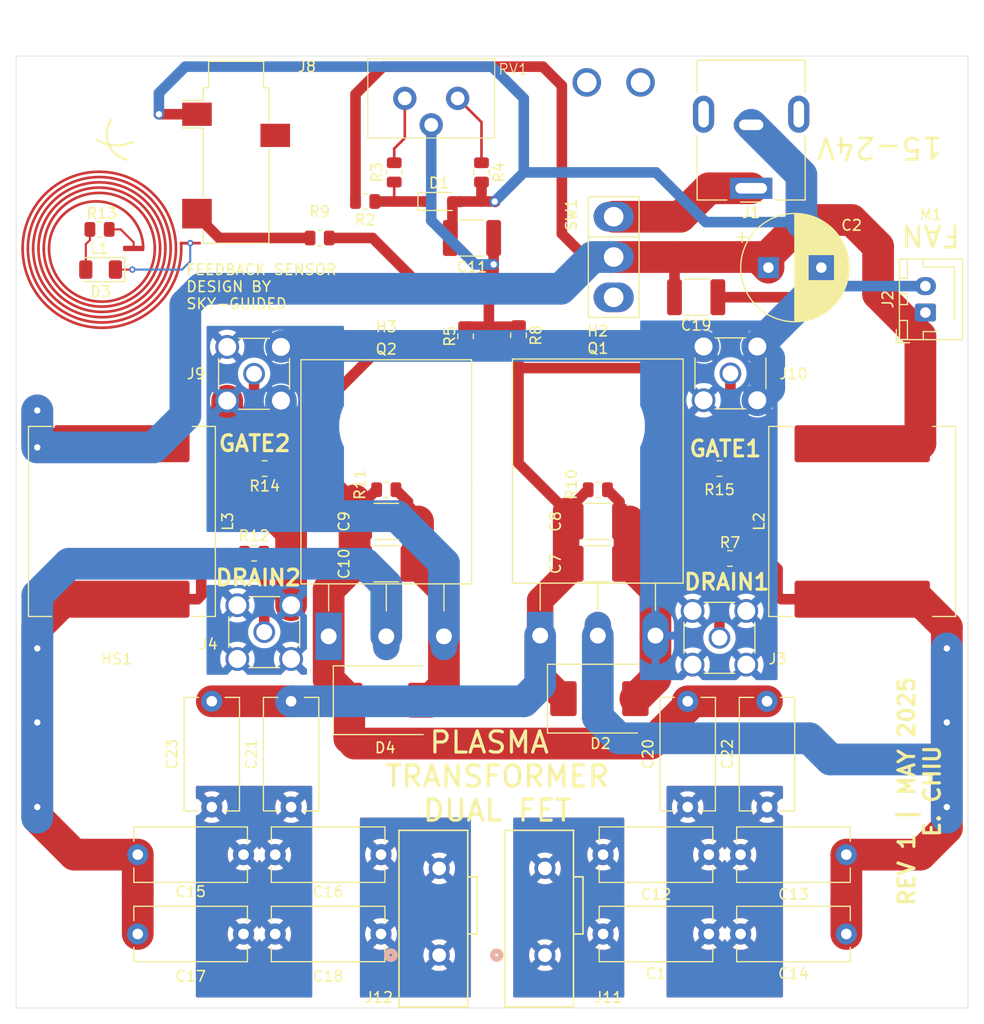
<source format=kicad_pcb>
(kicad_pcb (version 20241229) (generator "pcbnew") (generator_version "9.0")
  (layers (0 "F.Cu" signal) (2 "B.Cu" signal) (13 "F.Paste" user) (15 "B.Paste" user) (5 "F.SilkS" user "F.Silkscreen") (7 "B.SilkS" user "B.Silkscreen") (1 "F.Mask" user) (3 "B.Mask" user) (25 "Edge.Cuts" user))
  (net 0 "")
  (net 1 "GND")
  (net 2 "Net-(D1-K)")
  (net 3 "Net-(R3-Pad2)")
  (net 4 "Net-(R4-Pad1)")
  (net 6 "Net-(J8-PadT)")
  (net 8 "Net-(J12-Pin_1)")
  (net 9 "Net-(D3-A)")
  (net 10 "Net-(D3-K)")
  (net 11 "Net-(L1-Pad2)")
  (net 12 "Net-(C11-Pad2)")
  (net 13 "Net-(C1-Pad1)")
  (net 14 "Net-(J11-Pin_1)")
  (net 15 "Net-(C15-Pad2)")
  (net 16 "/GATE1")
  (net 17 "/GATE2")
  (net 18 "/DRAIN1")
  (net 19 "/DRAIN2")
  (net 20 "/DRAIN1-C")
  (net 21 "/DRAIN2-C")
  (net 22 "/GATE2-C")
  (net 23 "/GATE1-C")
  (net 24 "/VPWR")
  (net 25 "/VIN")
  (footprint "Resistor_SMD:R_0805_2012Metric" (layer "F.Cu") (at 78.5 94 180)
    (property "Reference" "R14" (at 0 -1.65 0) (layer "F.SilkS"))
    (property "Value" "49.9")
    (pad "1" smd roundrect (at -0.9125 0 180) (size 1.025 1.4) (layers "F.Cu" "F.Mask" "F.Paste") (roundrect_rratio 0.243902) (net 17 "/GATE2"))
    (pad "2" smd roundrect (at 0.9125 0 180) (size 1.025 1.4) (layers "F.Cu" "F.Mask" "F.Paste") (roundrect_rratio 0.243902) (net 22 "/GATE2-C"))
  )
  (footprint "LED_SMD:LED_1206_3216Metric" (layer "F.Cu") (at 62.9875 75.1875 180)
    (property "Reference" "D3" (at 0 -2.1 0) (layer "F.SilkS"))
    (property "Value" "LED")
    (pad "1" smd roundrect (at -1.4 0 180) (size 1.25 1.75) (layers "F.Cu" "F.Mask" "F.Paste") (roundrect_rratio 0.2) (net 10 "Net-(D3-K)"))
    (pad "2" smd roundrect (at 1.4 0 180) (size 1.25 1.75) (layers "F.Cu" "F.Mask" "F.Paste") (roundrect_rratio 0.2) (net 9 "Net-(D3-A)"))
  )
  (footprint "Library:CKSW-E101J1AV2QE2" (layer "F.Cu") (at 111.5 74 -90)
    (property "Reference" "SW1" (at -4 4 90) (layer "F.SilkS"))
    (property "Value" "SW_SPDT")
    (pad "1" thru_hole oval (at -3.81 0 270) (size 2.8 3.8) (drill 1.85) (layers "*.Cu" "*.Mask") (net 25 "/VIN"))
    (pad "2" thru_hole oval (at 0 0 270) (size 2.8 3.8) (drill 1.85) (layers "*.Cu" "*.Mask") (net 24 "/VPWR"))
    (pad "3" thru_hole oval (at 3.81 0 270) (size 2.8 3.8) (drill 1.85) (layers "*.Cu" "*.Mask"))
    (pad "M1" thru_hole circle (at -16.51 -2.54 270) (size 2.7 2.7) (drill 1.85) (layers "*.Cu" "*.Mask"))
    (pad "M2" thru_hole circle (at -16.51 2.54 270) (size 2.7 2.7) (drill 1.85) (layers "*.Cu" "*.Mask"))
  )
  (footprint "Resistor_SMD:R_0805_2012Metric" (layer "F.Cu") (at 121.5 94)
    (property "Reference" "R15" (at 0 2 0) (layer "F.SilkS"))
    (property "Value" "49.9")
    (pad "1" smd roundrect (at -0.9125 0) (size 1.025 1.4) (layers "F.Cu" "F.Mask" "F.Paste") (roundrect_rratio 0.243902) (net 16 "/GATE1"))
    (pad "2" smd roundrect (at 0.9125 0) (size 1.025 1.4) (layers "F.Cu" "F.Mask" "F.Paste") (roundrect_rratio 0.243902) (net 23 "/GATE1-C"))
  )
  (footprint "Connector_Coaxial:SMA_Amphenol_901-144_Vertical" (layer "F.Cu") (at 122.54 85)
    (property "Reference" "J10" (at 5.96 0.04 0) (layer "F.SilkS"))
    (property "Value" "Conn_Coaxial")
    (pad "1" thru_hole circle (at 0 0) (size 2.05 2.05) (drill 1.5) (layers "*.Cu" "*.Mask") (net 23 "/GATE1-C"))
    (pad "2" thru_hole circle (at -2.54 -2.54) (size 2.25 2.25) (drill 1.7) (layers "*.Cu" "*.Mask") (net 1 "GND"))
    (pad "2" thru_hole circle (at -2.54 2.54) (size 2.25 2.25) (drill 1.7) (layers "*.Cu" "*.Mask") (net 1 "GND"))
    (pad "2" thru_hole circle (at 2.54 -2.54) (size 2.25 2.25) (drill 1.7) (layers "*.Cu" "*.Mask") (net 1 "GND"))
    (pad "2" thru_hole circle (at 2.54 2.54) (size 2.25 2.25) (drill 1.7) (layers "*.Cu" "*.Mask") (net 1 "GND"))
  )
  (footprint "Diode_SMD:D_SMC" (layer "F.Cu") (at 89.9 115.9)
    (property "Reference" "D4" (at 0 4.5 0) (layer "F.SilkS"))
    (property "Value" "SMAJ15CA")
    (pad "1" smd roundrect (at -3.4 0 90) (size 3.3 2.5) (layers "F.Cu" "F.Mask" "F.Paste") (roundrect_rratio 0.1) (net 17 "/GATE2"))
    (pad "2" smd roundrect (at 3.4 0 90) (size 3.3 2.5) (layers "F.Cu" "F.Mask" "F.Paste") (roundrect_rratio 0.1) (net 1 "GND"))
  )
  (footprint "Capacitor_THT:C_Disc_D10.5mm_W5.0mm_P10.00mm" (layer "F.Cu") (at 81 126 90)
    (property "Reference" "C21" (at 5 -3.75 90) (layer "F.SilkS"))
    (property "Value" "220pF")
    (pad "1" thru_hole circle (at 0 0 90) (size 2 2) (drill 1) (layers "*.Cu" "*.Mask") (net 15 "Net-(C15-Pad2)"))
    (pad "2" thru_hole circle (at 10 0 90) (size 2 2) (drill 1) (layers "*.Cu" "*.Mask") (net 16 "/GATE1"))
  )
  (footprint "Resistor_SMD:R_0805_2012Metric" (layer "F.Cu") (at 62.8875 71.3875 180)
    (property "Reference" "R13" (at -0.225 1.5 0) (layer "F.SilkS"))
    (property "Value" "680")
    (pad "1" smd roundrect (at -0.9125 0 180) (size 1.025 1.4) (layers "F.Cu" "F.Mask" "F.Paste") (roundrect_rratio 0.243902) (net 11 "Net-(L1-Pad2)"))
    (pad "2" smd roundrect (at 0.9125 0 180) (size 1.025 1.4) (layers "F.Cu" "F.Mask" "F.Paste") (roundrect_rratio 0.243902) (net 9 "Net-(D3-A)"))
  )
  (footprint "Library:CONN_2604-3101_WAG" (layer "F.Cu") (at 95 140 180)
    (property "Reference" "J12" (at 5.7 -4 0) (layer "F.SilkS"))
    (property "Value" "Screw_Terminal_01x01")
    (pad "1" thru_hole circle (at 0 0 180) (size 2 2) (drill 1.3) (layers "*.Cu" "*.Mask") (net 8 "Net-(J12-Pin_1)"))
    (pad "1" thru_hole circle (at 0 8.199999 180) (size 2 2) (drill 1.3) (layers "*.Cu" "*.Mask") (net 8 "Net-(J12-Pin_1)"))
  )
  (footprint "Inductor_SMD:L_APV_APH1770" (layer "F.Cu") (at 135 99 -90)
    (property "Reference" "L2" (at 0 9.75 90) (layer "F.SilkS"))
    (property "Value" "L")
    (pad "1" smd roundrect (at -7.35 0 270) (size 3.5 12.8) (layers "F.Cu" "F.Mask" "F.Paste") (roundrect_rratio 0.071429) (net 24 "/VPWR"))
    (pad "2" smd roundrect (at 7.35 0 270) (size 3.5 12.8) (layers "F.Cu" "F.Mask" "F.Paste") (roundrect_rratio 0.071429) (net 18 "/DRAIN1"))
  )
  (footprint "Diode_SMD:D_SMC" (layer "F.Cu") (at 110.15 115.75)
    (property "Reference" "D2" (at 0.1 4.25 0) (layer "F.SilkS"))
    (property "Value" "SMAJ15CA")
    (pad "1" smd roundrect (at -3.4 0 90) (size 3.3 2.5) (layers "F.Cu" "F.Mask" "F.Paste") (roundrect_rratio 0.1) (net 16 "/GATE1"))
    (pad "2" smd roundrect (at 3.4 0 90) (size 3.3 2.5) (layers "F.Cu" "F.Mask" "F.Paste") (roundrect_rratio 0.1) (net 1 "GND"))
  )
  (footprint "Capacitor_SMD:C_1812_4532Metric" (layer "F.Cu") (at 110 99)
    (property "Reference" "C8" (at -4 0 90) (layer "F.SilkS"))
    (property "Value" "2.7nF")
    (pad "1" smd roundrect (at -2.05 0) (size 1.4 3.4) (layers "F.Cu" "F.Mask" "F.Paste") (roundrect_rratio 0.178571) (net 16 "/GATE1"))
    (pad "2" smd roundrect (at 2.05 0) (size 1.4 3.4) (layers "F.Cu" "F.Mask" "F.Paste") (roundrect_rratio 0.178571) (net 1 "GND"))
  )
  (footprint "MountingHole:MountingHole_8.4mm_M8" (layer "F.Cu") (at 110 90)
    (property "Reference" "H2" (at 0 -9 0) (layer "F.SilkS"))
    (property "Value" "MountingHole")
    (pad "" np_thru_hole circle (at 0 0) (size 8.4 8.4) (drill 8.4) (layers "*.Cu" "*.Mask"))
  )
  (footprint "Capacitor_THT:C_Disc_D10.5mm_W5.0mm_P10.00mm" (layer "F.Cu") (at 133.5 138 180)
    (property "Reference" "C14" (at 5 -3.75 0) (layer "F.SilkS"))
    (property "Value" "220pF")
    (pad "1" thru_hole circle (at 0 0 180) (size 2 2) (drill 1) (layers "*.Cu" "*.Mask") (net 18 "/DRAIN1"))
    (pad "2" thru_hole circle (at 10 0 180) (size 2 2) (drill 1) (layers "*.Cu" "*.Mask") (net 13 "Net-(C1-Pad1)"))
  )
  (footprint "Connector_BarrelJack:BarrelJack_CUI_PJ-063AH_Horizontal" (layer "F.Cu") (at 124.5 67.5 180)
    (property "Reference" "J1" (at 0 -2.3 0) (layer "F.SilkS"))
    (property "Value" "Barrel_Jack_MountingPin")
    (pad "" np_thru_hole circle (at 0 9 180) (size 1.6 1.6) (drill 1.6) (layers "*.Cu" "*.Mask"))
    (pad "1" thru_hole rect (at 0 0 180) (size 4 2) (drill oval 3 1) (layers "*.Cu" "*.Mask") (net 25 "/VIN"))
    (pad "2" thru_hole oval (at 0 6 180) (size 3.3 2) (drill oval 2.3 1) (layers "*.Cu" "*.Mask") (net 1 "GND"))
    (pad "MP1" thru_hole oval (at 4.5 7 180) (size 2 3.5) (drill oval 1 2.5) (layers "*.Cu" "*.Mask"))
    (pad "MP2" thru_hole oval (at -4.5 7 180) (size 2 3.5) (drill oval 1 2.5) (layers "*.Cu" "*.Mask"))
  )
  (footprint "Resistor_SMD:R_0805_2012Metric" (layer "F.Cu") (at 88 68.75)
    (property "Reference" "R2" (at 0 1.75 0) (layer "F.SilkS"))
    (property "Value" "1k")
    (pad "1" smd roundrect (at -0.9125 0) (size 1.025 1.4) (layers "F.Cu" "F.Mask" "F.Paste") (roundrect_rratio 0.243902) (net 24 "/VPWR"))
    (pad "2" smd roundrect (at 0.9125 0) (size 1.025 1.4) (layers "F.Cu" "F.Mask" "F.Paste") (roundrect_rratio 0.243902) (net 2 "Net-(D1-K)"))
  )
  (footprint "Library:FAN AXIAL 92X25.4MM" (layer "F.Cu") (at 100 100)
    (property "Reference" "M1" (at 41.5 -30 180) (layer "F.SilkS"))
    (property "Value" "Fan")
    (pad "" np_thru_hole circle (at -41.25 -41.25) (size 4.5 4.5) (drill 4.5) (layers "*.Cu" "*.Mask"))
    (pad "" np_thru_hole circle (at -41.25 41.25) (size 4.5 4.5) (drill 4.5) (layers "*.Cu" "*.Mask"))
    (pad "" np_thru_hole circle (at 41.25 -41.25) (size 4.5 4.5) (drill 4.5) (layers "*.Cu" "*.Mask"))
    (pad "" np_thru_hole circle (at 41.25 41.25) (size 4.5 4.5) (drill 4.5) (layers "*.Cu" "*.Mask"))
  )
  (footprint "Capacitor_THT:C_Disc_D10.5mm_W5.0mm_P10.00mm" (layer "F.Cu") (at 73.5 126 90)
    (property "Reference" "C23" (at 5 -3.75 90) (layer "F.SilkS"))
    (property "Value" "220pF")
    (pad "1" thru_hole circle (at 0 0 90) (size 2 2) (drill 1) (layers "*.Cu" "*.Mask") (net 15 "Net-(C15-Pad2)"))
    (pad "2" thru_hole circle (at 10 0 90) (size 2 2) (drill 1) (layers "*.Cu" "*.Mask") (net 16 "/GATE1"))
  )
  (footprint "Capacitor_SMD:C_1812_4532Metric" (layer "F.Cu") (at 98.1 72.2)
    (property "Reference" "C11" (at 0 2.75 0) (layer "F.SilkS"))
    (property "Value" "1nF")
    (pad "1" smd roundrect (at -2.05 0) (size 1.4 3.4) (layers "F.Cu" "F.Mask" "F.Paste") (roundrect_rratio 0.178571) (net 1 "GND"))
    (pad "2" smd roundrect (at 2.05 0) (size 1.4 3.4) (layers "F.Cu" "F.Mask" "F.Paste") (roundrect_rratio 0.178571) (net 12 "Net-(C11-Pad2)"))
  )
  (footprint "Capacitor_THT:C_Disc_D10.5mm_W5.0mm_P10.00mm" (layer "F.Cu") (at 118.5 126 90)
    (property "Reference" "C20" (at 5 -3.75 90) (layer "F.SilkS"))
    (property "Value" "220pF")
    (pad "1" thru_hole circle (at 0 0 90) (size 2 2) (drill 1) (layers "*.Cu" "*.Mask") (net 13 "Net-(C1-Pad1)"))
    (pad "2" thru_hole circle (at 10 0 90) (size 2 2) (drill 1) (layers "*.Cu" "*.Mask") (net 17 "/GATE2"))
  )
  (footprint "Capacitor_THT:CP_Radial_D10.0mm_P5.00mm" (layer "F.Cu") (at 126.132323 75)
    (property "Reference" "C2" (at 7.867677 -4 0) (layer "F.SilkS"))
    (property "Value" "330uF")
    (pad "1" thru_hole rect (at 0 0) (size 2 2) (drill 1) (layers "*.Cu" "*.Mask") (net 24 "/VPWR"))
    (pad "2" thru_hole circle (at 5 0) (size 2 2) (drill 1) (layers "*.Cu" "*.Mask") (net 1 "GND"))
  )
  (footprint "Resistor_SMD:R_0805_2012Metric" (layer "F.Cu") (at 99 66 -90)
    (property "Reference" "R4" (at 0 -1.65 90) (layer "F.SilkS"))
    (property "Value" "1k")
    (pad "1" smd roundrect (at -0.9125 0 270) (size 1.025 1.4) (layers "F.Cu" "F.Mask" "F.Paste") (roundrect_rratio 0.243902) (net 4 "Net-(R4-Pad1)"))
    (pad "2" smd roundrect (at 0.9125 0 270) (size 1.025 1.4) (layers "F.Cu" "F.Mask" "F.Paste") (roundrect_rratio 0.243902) (net 1 "GND"))
  )
  (footprint "Capacitor_THT:C_Disc_D10.5mm_W5.0mm_P10.00mm" (layer "F.Cu") (at 79.5 138)
    (property "Reference" "C18" (at 5 4 0) (layer "F.SilkS"))
    (property "Value" "220pF")
    (pad "1" thru_hole circle (at 0 0) (size 2 2) (drill 1) (layers "*.Cu" "*.Mask") (net 15 "Net-(C15-Pad2)"))
    (pad "2" thru_hole circle (at 10 0) (size 2 2) (drill 1) (layers "*.Cu" "*.Mask") (net 8 "Net-(J12-Pin_1)"))
  )
  (footprint "Capacitor_THT:C_Disc_D10.5mm_W5.0mm_P10.00mm" (layer "F.Cu") (at 79.5 130.5)
    (property "Reference" "C16" (at 5 3.5 0) (layer "F.SilkS"))
    (property "Value" "220pF")
    (pad "1" thru_hole circle (at 0 0) (size 2 2) (drill 1) (layers "*.Cu" "*.Mask") (net 15 "Net-(C15-Pad2)"))
    (pad "2" thru_hole circle (at 10 0) (size 2 2) (drill 1) (layers "*.Cu" "*.Mask") (net 8 "Net-(J12-Pin_1)"))
  )
  (footprint "Capacitor_THT:C_Disc_D10.5mm_W5.0mm_P10.00mm" (layer "F.Cu") (at 66.5 138)
    (property "Reference" "C17" (at 5 4 0) (layer "F.SilkS"))
    (property "Value" "220pF")
    (pad "1" thru_hole circle (at 0 0) (size 2 2) (drill 1) (layers "*.Cu" "*.Mask") (net 19 "/DRAIN2"))
    (pad "2" thru_hole circle (at 10 0) (size 2 2) (drill 1) (layers "*.Cu" "*.Mask") (net 15 "Net-(C15-Pad2)"))
  )
  (footprint "Library:CONN_2604-3101_WAG" (layer "F.Cu") (at 105 140 180)
    (property "Reference" "J11" (at -6 -4 0) (layer "F.SilkS"))
    (property "Value" "Screw_Terminal_01x01")
    (pad "1" thru_hole circle (at 0 0 180) (size 2 2) (drill 1.3) (layers "*.Cu" "*.Mask") (net 14 "Net-(J11-Pin_1)"))
    (pad "1" thru_hole circle (at 0 8.199999 180) (size 2 2) (drill 1.3) (layers "*.Cu" "*.Mask") (net 14 "Net-(J11-Pin_1)"))
  )
  (footprint "Connector_JST:JST_XH_B2B-XH-AM_1x02_P2.50mm_Vertical" (layer "F.Cu") (at 140.975 79.25 90)
    (property "Reference" "J2" (at 1.25 -3.55 90) (layer "F.SilkS"))
    (property "Value" "Conn_01x02_Pin")
    (pad "" np_thru_hole circle (at -1.6 2 90) (size 1.2 1.2) (drill 1.2) (layers "*.Cu" "*.Mask"))
    (pad "1" thru_hole roundrect (at 0 0 90) (size 1.7 2) (drill 1) (layers "*.Cu" "*.Mask") (roundrect_rratio 0.147059) (net 24 "/VPWR"))
    (pad "2" thru_hole oval (at 2.5 0 90) (size 1.7 2) (drill 1) (layers "*.Cu" "*.Mask") (net 1 "GND"))
  )
  (footprint "Resistor_SMD:R_0805_2012Metric" (layer "F.Cu") (at 110 96)
    (property "Reference" "R10" (at -2.5 -0.5 90) (layer "F.SilkS"))
    (property "Value" "10k")
    (pad "1" smd roundrect (at -0.9125 0) (size 1.025 1.4) (layers "F.Cu" "F.Mask" "F.Paste") (roundrect_rratio 0.243902) (net 16 "/GATE1"))
    (pad "2" smd roundrect (at 0.9125 0) (size 1.025 1.4) (layers "F.Cu" "F.Mask" "F.Paste") (roundrect_rratio 0.243902) (net 1 "GND"))
  )
  (footprint "Connector_Audio:Jack_3.5mm_CUI_SJ-3523-SMT_Horizontal" (layer "F.Cu") (at 75.8 64.1)
    (property "Reference" "J8" (at 6.7 -8.1 0) (layer "F.SilkS"))
    (property "Value" "AudioJack3")
    (pad "" np_thru_hole circle (at 0 -2.5) (size 1.7 1.7) (drill 1.7) (layers "*.Cu" "*.Mask"))
    (pad "" np_thru_hole circle (at 0 4.5) (size 1.7 1.7) (drill 1.7) (layers "*.Cu" "*.Mask"))
    (pad "R" smd rect (at 3.7 -1.6) (size 2.8 2.2) (layers "F.Cu" "F.Mask" "F.Paste"))
    (pad "S" smd rect (at -3.7 -3.6) (size 2.8 2.2) (layers "F.Cu" "F.Mask" "F.Paste") (net 1 "GND"))
    (pad "T" smd rect (at -3.7 5.8) (size 2.8 2.8) (layers "F.Cu" "F.Mask" "F.Paste") (net 6 "Net-(J8-PadT)"))
  )
  (footprint "Diode_SMD:D_SOD-323_HandSoldering" (layer "F.Cu") (at 95 68.75)
    (property "Reference" "D1" (at 0 -1.75 0) (layer "F.SilkS"))
    (property "Value" "D_Zener")
    (pad "1" smd roundrect (at -1.25 0) (size 1 1) (layers "F.Cu" "F.Mask" "F.Paste") (net 2 "Net-(D1-K)"))
    (pad "2" smd roundrect (at 1.25 0) (size 1 1) (layers "F.Cu" "F.Mask" "F.Paste") (net 1 "GND"))
  )
  (footprint "Capacitor_THT:C_Disc_D10.5mm_W5.0mm_P10.00mm" (layer "F.Cu") (at 120.5 138 180)
    (property "Reference" "C1" (at 5 -3.75 0) (layer "F.SilkS"))
    (property "Value" "220pF")
    (pad "1" thru_hole circle (at 0 0 180) (size 2 2) (drill 1) (layers "*.Cu" "*.Mask") (net 13 "Net-(C1-Pad1)"))
    (pad "2" thru_hole circle (at 10 0 180) (size 2 2) (drill 1) (layers "*.Cu" "*.Mask") (net 14 "Net-(J11-Pin_1)"))
  )
  (footprint "Resistor_SMD:R_0805_2012Metric" (layer "F.Cu") (at 90.75 66 90)
    (property "Reference" "R3" (at 0 -1.65 90) (layer "F.SilkS"))
    (property "Value" "3k")
    (pad "1" smd roundrect (at -0.9125 0 90) (size 1.025 1.4) (layers "F.Cu" "F.Mask" "F.Paste") (roundrect_rratio 0.243902) (net 2 "Net-(D1-K)"))
    (pad "2" smd roundrect (at 0.9125 0 90) (size 1.025 1.4) (layers "F.Cu" "F.Mask" "F.Paste") (roundrect_rratio 0.243902) (net 3 "Net-(R3-Pad2)"))
  )
  (footprint "Resistor_SMD:R_0805_2012Metric" (layer "F.Cu") (at 90 96)
    (property "Reference" "R11" (at -2.5 -0.5 90) (layer "F.SilkS"))
    (property "Value" "10k")
    (pad "1" smd roundrect (at -0.9125 0) (size 1.025 1.4) (layers "F.Cu" "F.Mask" "F.Paste") (roundrect_rratio 0.243902) (net 17 "/GATE2"))
    (pad "2" smd roundrect (at 0.9125 0) (size 1.025 1.4) (layers "F.Cu" "F.Mask" "F.Paste") (roundrect_rratio 0.243902) (net 1 "GND"))
  )
  (footprint "Resistor_SMD:R_0805_2012Metric" (layer "F.Cu") (at 102.5 81.4 -90)
    (property "Reference" "R8" (at 0 -1.65 90) (layer "F.SilkS"))
    (property "Value" "1k")
    (pad "1" smd roundrect (at -0.9125 0 270) (size 1.025 1.4) (layers "F.Cu" "F.Mask" "F.Paste") (roundrect_rratio 0.243902) (net 12 "Net-(C11-Pad2)"))
    (pad "2" smd roundrect (at 0.9125 0 270) (size 1.025 1.4) (layers "F.Cu" "F.Mask" "F.Paste") (roundrect_rratio 0.243902) (net 16 "/GATE1"))
  )
  (footprint "Connector_Coaxial:SMA_Amphenol_901-144_Vertical" (layer "F.Cu") (at 77.5 85.04)
    (property "Reference" "J9" (at -5.5 0 0) (layer "F.SilkS"))
    (property "Value" "Conn_Coaxial")
    (pad "1" thru_hole circle (at 0 0) (size 2.05 2.05) (drill 1.5) (layers "*.Cu" "*.Mask") (net 22 "/GATE2-C"))
    (pad "2" thru_hole circle (at -2.54 -2.54) (size 2.25 2.25) (drill 1.7) (layers "*.Cu" "*.Mask") (net 1 "GND"))
    (pad "2" thru_hole circle (at -2.54 2.54) (size 2.25 2.25) (drill 1.7) (layers "*.Cu" "*.Mask") (net 1 "GND"))
    (pad "2" thru_hole circle (at 2.54 -2.54) (size 2.25 2.25) (drill 1.7) (layers "*.Cu" "*.Mask") (net 1 "GND"))
    (pad "2" thru_hole circle (at 2.54 2.54) (size 2.25 2.25) (drill 1.7) (layers "*.Cu" "*.Mask") (net 1 "GND"))
  )
  (footprint "Library:FEEDBACK_COIL_B" (layer "F.Cu") (at 62.8625 73.1875)
    (property "Reference" "L1" (at 0 0 0) (layer "F.SilkS"))
    (property "Value" "PCB Coil")
    (fp_line (start 7.75 -0.5) (end 8.25 -0.5) (stroke (width 0.25)) (layer "F.Cu"))
    (fp_line (start 7.75 0) (end 7.75 -0.5) (stroke (width 0.25)) (layer "F.Cu"))
    (fp_arc (start -7.25 0) (mid 0 -7.25) (end 7.25 0) (stroke (width 0.25)) (layer "F.Cu"))
    (fp_arc (start -6.75 0) (mid 0 -6.75) (end 6.75 0) (stroke (width 0.25)) (layer "F.Cu"))
    (fp_arc (start -6.25 0) (mid 0 -6.25) (end 6.25 0) (stroke (width 0.25)) (layer "F.Cu"))
    (fp_arc (start -5.75 0) (mid 0 -5.75) (end 5.75 0) (stroke (width 0.25)) (layer "F.Cu"))
    (fp_arc (start -5.25 0) (mid 0 -5.25) (end 5.25 0) (stroke (width 0.25)) (layer "F.Cu"))
    (fp_arc (start -4.75 0) (mid -0.6 -4.45) (end 4.15 0) (stroke (width 0.25)) (layer "F.Cu"))
    (fp_arc (start 5.25 0) (mid -0.25 5) (end -4.75 0) (stroke (width 0.25)) (layer "F.Cu"))
    (fp_arc (start 5.75 0) (mid 0.25 5.5) (end -5.25 0) (stroke (width 0.25)) (layer "F.Cu"))
    (fp_arc (start 6.25 0) (mid 0.25 6) (end -5.75 0) (stroke (width 0.25)) (layer "F.Cu"))
    (fp_arc (start 6.75 0) (mid 0.25 6.5) (end -6.25 0) (stroke (width 0.25)) (layer "F.Cu"))
    (fp_arc (start 7.25 0) (mid 0.25 7) (end -6.75 0) (stroke (width 0.25)) (layer "F.Cu"))
    (fp_arc (start 7.75 0) (mid 0.25 7.5) (end -7.25 0) (stroke (width 0.25)) (layer "F.Cu"))
    (pad "1" smd roundrect (at 8.6 -0.5) (size 2 0.25) (layers "F.Cu") (net 10 "Net-(D3-K)"))
    (pad "2" smd roundrect (at 3.25 0) (size 2 0.5) (layers "F.Cu" "F.Mask" "F.Paste") (roundrect_rratio 0.15) (net 11 "Net-(L1-Pad2)"))
  )
  (footprint "Capacitor_SMD:C_1812_4532Metric" (layer "F.Cu") (at 90 99)
    (property "Reference" "C9" (at -4 0 90) (layer "F.SilkS"))
    (property "Value" "2.7nF")
    (pad "1" smd roundrect (at -2.05 0) (size 1.4 3.4) (layers "F.Cu" "F.Mask" "F.Paste") (roundrect_rratio 0.178571) (net 17 "/GATE2"))
    (pad "2" smd roundrect (at 2.05 0) (size 1.4 3.4) (layers "F.Cu" "F.Mask" "F.Paste") (roundrect_rratio 0.178571) (net 1 "GND"))
  )
  (footprint "Capacitor_SMD:C_1812_4532Metric" (layer "F.Cu") (at 119.3 77.8 180)
    (property "Reference" "C19" (at 0 -2.65 0) (layer "F.SilkS"))
    (property "Value" "1nF")
    (pad "1" smd roundrect (at -2.05 0 180) (size 1.4 3.4) (layers "F.Cu" "F.Mask" "F.Paste") (roundrect_rratio 0.178571) (net 1 "GND"))
    (pad "2" smd roundrect (at 2.05 0 180) (size 1.4 3.4) (layers "F.Cu" "F.Mask" "F.Paste") (roundrect_rratio 0.178571) (net 24 "/VPWR"))
  )
  (footprint "Connector_Coaxial:SMA_Amphenol_901-144_Vertical" (layer "F.Cu") (at 78.46 109.46)
    (property "Reference" "J4" (at -5.26 1.14 0) (layer "F.SilkS"))
    (property "Value" "Conn_Coaxial")
    (pad "1" thru_hole circle (at 0 0) (size 2.05 2.05) (drill 1.5) (layers "*.Cu" "*.Mask") (net 21 "/DRAIN2-C"))
    (pad "2" thru_hole circle (at -2.54 -2.54) (size 2.25 2.25) (drill 1.7) (layers "*.Cu" "*.Mask") (net 1 "GND"))
    (pad "2" thru_hole circle (at -2.54 2.54) (size 2.25 2.25) (drill 1.7) (layers "*.Cu" "*.Mask") (net 1 "GND"))
    (pad "2" thru_hole circle (at 2.54 -2.54) (size 2.25 2.25) (drill 1.7) (layers "*.Cu" "*.Mask") (net 1 "GND"))
    (pad "2" thru_hole circle (at 2.54 2.54) (size 2.25 2.25) (drill 1.7) (layers "*.Cu" "*.Mask") (net 1 "GND"))
  )
  (footprint "Capacitor_SMD:C_1812_4532Metric" (layer "F.Cu") (at 110 103)
    (property "Reference" "C7" (at -4 0 90) (layer "F.SilkS"))
    (property "Value" "2.7nF")
    (pad "1" smd roundrect (at -2.05 0) (size 1.4 3.4) (layers "F.Cu" "F.Mask" "F.Paste") (roundrect_rratio 0.178571) (net 16 "/GATE1"))
    (pad "2" smd roundrect (at 2.05 0) (size 1.4 3.4) (layers "F.Cu" "F.Mask" "F.Paste") (roundrect_rratio 0.178571) (net 1 "GND"))
  )
  (footprint "Capacitor_THT:C_Disc_D10.5mm_W5.0mm_P10.00mm" (layer "F.Cu") (at 133.5 130.5 180)
    (property "Reference" "C13" (at 5 -3.75 0) (layer "F.SilkS"))
    (property "Value" "220pF")
    (pad "1" thru_hole circle (at 0 0 180) (size 2 2) (drill 1) (layers "*.Cu" "*.Mask") (net 18 "/DRAIN1"))
    (pad "2" thru_hole circle (at 10 0 180) (size 2 2) (drill 1) (layers "*.Cu" "*.Mask") (net 13 "Net-(C1-Pad1)"))
  )
  (footprint "Package_TO_SOT_THT:TO-247-3_Horizontal_TabDown" (layer "F.Cu") (at 84.55 109.86)
    (property "Reference" "Q2" (at 5.45 -27.15 0) (layer "F.SilkS"))
    (property "Value" "Q_NMOS_Depletion_GDS")
    (pad "" np_thru_hole circle (at 5.45 -19.86) (size 3.6 3.6) (drill 3.6) (layers "*.Cu" "*.Mask"))
    (pad "1" thru_hole rect (at 0 0) (size 2.5 4.5) (drill 1.5) (layers "*.Cu" "*.Mask") (net 17 "/GATE2"))
    (pad "2" thru_hole oval (at 5.45 0) (size 2.5 4.5) (drill 1.5) (layers "*.Cu" "*.Mask") (net 19 "/DRAIN2"))
    (pad "3" thru_hole oval (at 10.9 0) (size 2.5 4.5) (drill 1.5) (layers "*.Cu" "*.Mask") (net 1 "GND"))
  )
  (footprint "Resistor_SMD:R_0805_2012Metric" (layer "F.Cu") (at 83.7 72.2)
    (property "Reference" "R9" (at 0 -2.5 0) (layer "F.SilkS"))
    (property "Value" "49.9")
    (pad "1" smd roundrect (at -0.9125 0) (size 1.025 1.4) (layers "F.Cu" "F.Mask" "F.Paste") (roundrect_rratio 0.243902) (net 6 "Net-(J8-PadT)"))
    (pad "2" smd roundrect (at 0.9125 0) (size 1.025 1.4) (layers "F.Cu" "F.Mask" "F.Paste") (roundrect_rratio 0.243902) (net 12 "Net-(C11-Pad2)"))
  )
  (footprint "Capacitor_THT:C_Disc_D10.5mm_W5.0mm_P10.00mm" (layer "F.Cu") (at 66.5 130.5)
    (property "Reference" "C15" (at 5 3.5 0) (layer "F.SilkS"))
    (property "Value" "220pF")
    (pad "1" thru_hole circle (at 0 0) (size 2 2) (drill 1) (layers "*.Cu" "*.Mask") (net 19 "/DRAIN2"))
    (pad "2" thru_hole circle (at 10 0) (size 2 2) (drill 1) (layers "*.Cu" "*.Mask") (net 15 "Net-(C15-Pad2)"))
  )
  (footprint "Library:SMC10H04-102A2020MTA" (layer "F.Cu") (at 94.25 59)
    (property "Reference" "RV1" (at 7.75 -2.75 0) (layer "F.SilkS") (effects (font (thickness 0.1))))
    (property "Value" "1k")
    (pad "1" thru_hole circle (at -2.5 0) (size 2.2 2.2) (drill 1.3) (layers "*.Cu" "*.Mask") (net 3 "Net-(R3-Pad2)"))
    (pad "2" thru_hole circle (at 0 2.5) (size 2.2 2.2) (drill 1.3) (layers "*.Cu" "*.Mask") (net 12 "Net-(C11-Pad2)"))
    (pad "3" thru_hole circle (at 2.5 0) (size 2.2 2.2) (drill 1.3) (layers "*.Cu" "*.Mask") (net 4 "Net-(R4-Pad1)"))
  )
  (footprint "Capacitor_THT:C_Disc_D10.5mm_W5.0mm_P10.00mm" (layer "F.Cu") (at 120.5 130.5 180)
    (property "Reference" "C12" (at 5 -3.75 0) (layer "F.SilkS"))
    (property "Value" "220pF")
    (pad "1" thru_hole circle (at 0 0 180) (size 2 2) (drill 1) (layers "*.Cu" "*.Mask") (net 13 "Net-(C1-Pad1)"))
    (pad "2" thru_hole circle (at 10 0 180) (size 2 2) (drill 1) (layers "*.Cu" "*.Mask") (net 14 "Net-(J11-Pin_1)"))
  )
  (footprint "Library:Heatsink_75x37.5mm_Fischer_SK-594-37.5-AL" (layer "F.Cu") (at 100 100)
    (property "Reference" "HS1" (at -35.5 12 0) (layer "F.SilkS"))
    (property "Value" "Heatsink")
    (pad "" np_thru_hole circle (at -34.25 -15.5) (size 3.4 3.4) (drill 3.4) (layers "*.Cu" "*.Mask"))
    (pad "" np_thru_hole circle (at -34.25 15.5) (size 3.4 3.4) (drill 3.4) (layers "*.Cu" "*.Mask"))
    (pad "" np_thru_hole circle (at 0 -4.6) (size 3.4 3.4) (drill 3.4) (layers "*.Cu" "*.Mask"))
    (pad "" np_thru_hole circle (at 34.25 -15.5) (size 3.4 3.4) (drill 3.4) (layers "*.Cu" "*.Mask"))
    (pad "" np_thru_hole circle (at 34.25 15.5) (size 3.4 3.4) (drill 3.4) (layers "*.Cu" "*.Mask"))
  )
  (footprint "Resistor_SMD:R_0805_2012Metric" (layer "F.Cu") (at 97.5 81.5 -90)
    (property "Reference" "R5" (at 0 1.5 90) (layer "F.SilkS"))
    (property "Value" "1k")
    (pad "1" smd roundrect (at -0.9125 0 270) (size 1.025 1.4) (layers "F.Cu" "F.Mask" "F.Paste") (roundrect_rratio 0.243902) (net 12 "Net-(C11-Pad2)"))
    (pad "2" smd roundrect (at 0.9125 0 270) (size 1.025 1.4) (layers "F.Cu" "F.Mask" "F.Paste") (roundrect_rratio 0.243902) (net 17 "/GATE2"))
  )
  (footprint "Inductor_SMD:L_APV_APH1770" (layer "F.Cu") (at 65 99 90)
    (property "Reference" "L3" (at 0 10 90) (layer "F.SilkS"))
    (property "Value" "L")
    (pad "1" smd roundrect (at -7.35 0 90) (size 3.5 12.8) (layers "F.Cu" "F.Mask" "F.Paste") (roundrect_rratio 0.071429) (net 19 "/DRAIN2"))
    (pad "2" smd roundrect (at 7.35 0 90) (size 3.5 12.8) (layers "F.Cu" "F.Mask" "F.Paste") (roundrect_rratio 0.071429) (net 24 "/VPWR"))
  )
  (footprint "Capacitor_SMD:C_1812_4532Metric" (layer "F.Cu") (at 90 103)
    (property "Reference" "C10" (at -4 0 90) (layer "F.SilkS"))
    (property "Value" "2.7nF")
    (pad "1" smd roundrect (at -2.05 0) (size 1.4 3.4) (layers "F.Cu" "F.Mask" "F.Paste") (roundrect_rratio 0.178571) (net 17 "/GATE2"))
    (pad "2" smd roundrect (at 2.05 0) (size 1.4 3.4) (layers "F.Cu" "F.Mask" "F.Paste") (roundrect_rratio 0.178571) (net 1 "GND"))
  )
  (footprint "Package_TO_SOT_THT:TO-247-3_Horizontal_TabDown" (layer "F.Cu") (at 104.55 109.79)
    (property "Reference" "Q1" (at 5.45 -27.15 0) (layer "F.SilkS"))
    (property "Value" "Q_NMOS_Depletion_GDS")
    (pad "" np_thru_hole circle (at 5.45 -19.86) (size 3.6 3.6) (drill 3.6) (layers "*.Cu" "*.Mask"))
    (pad "1" thru_hole rect (at 0 0) (size 2.5 4.5) (drill 1.5) (layers "*.Cu" "*.Mask") (net 16 "/GATE1"))
    (pad "2" thru_hole oval (at 5.45 0) (size 2.5 4.5) (drill 1.5) (layers "*.Cu" "*.Mask") (net 18 "/DRAIN1"))
    (pad "3" thru_hole oval (at 10.9 0) (size 2.5 4.5) (drill 1.5) (layers "*.Cu" "*.Mask") (net 1 "GND"))
  )
  (footprint "Capacitor_THT:C_Disc_D10.5mm_W5.0mm_P10.00mm" (layer "F.Cu") (at 126 126 90)
    (property "Reference" "C22" (at 5 -3.75 90) (layer "F.SilkS"))
    (property "Value" "220pF")
    (pad "1" thru_hole circle (at 0 0 90) (size 2 2) (drill 1) (layers "*.Cu" "*.Mask") (net 13 "Net-(C1-Pad1)"))
    (pad "2" thru_hole circle (at 10 0 90) (size 2 2) (drill 1) (layers "*.Cu" "*.Mask") (net 17 "/GATE2"))
  )
  (footprint "Resistor_SMD:R_0805_2012Metric" (layer "F.Cu") (at 77.5 102)
    (property "Reference" "R12" (at 0 -1.65 0) (layer "F.SilkS"))
    (property "Value" "49.9")
    (pad "1" smd roundrect (at -0.9125 0) (size 1.025 1.4) (layers "F.Cu" "F.Mask" "F.Paste") (roundrect_rratio 0.243902) (net 19 "/DRAIN2"))
    (pad "2" smd roundrect (at 0.9125 0) (size 1.025 1.4) (layers "F.Cu" "F.Mask" "F.Paste") (roundrect_rratio 0.243902) (net 21 "/DRAIN2-C"))
  )
  (footprint "Resistor_SMD:R_0805_2012Metric" (layer "F.Cu") (at 122.5 102.5 180)
    (property "Reference" "R7" (at 0 1.5 0) (layer "F.SilkS"))
    (property "Value" "49.9")
    (pad "1" smd roundrect (at -0.9125 0 180) (size 1.025 1.4) (layers "F.Cu" "F.Mask" "F.Paste") (roundrect_rratio 0.243902) (net 18 "/DRAIN1"))
    (pad "2" smd roundrect (at 0.9125 0 180) (size 1.025 1.4) (layers "F.Cu" "F.Mask" "F.Paste") (roundrect_rratio 0.243902) (net 20 "/DRAIN1-C"))
  )
  (footprint "MountingHole:MountingHole_8.4mm_M8" (layer "F.Cu") (at 90 90)
    (property "Reference" "H3" (at 0 -9.4 0) (layer "F.SilkS"))
    (property "Value" "MountingHole")
    (pad "" np_thru_hole circle (at 0 0) (size 8.4 8.4) (drill 8.4) (layers "*.Cu" "*.Mask"))
  )
  (footprint "Connector_Coaxial:SMA_Amphenol_901-144_Vertical" (layer "F.Cu") (at 121.5 110 90)
    (property "Reference" "J3" (at -2 5.5 180) (layer "F.SilkS"))
    (property "Value" "Conn_Coaxial")
    (pad "1" thru_hole circle (at 0 0 90) (size 2.05 2.05) (drill 1.5) (layers "*.Cu" "*.Mask") (net 20 "/DRAIN1-C"))
    (pad "2" thru_hole circle (at -2.54 -2.54 90) (size 2.25 2.25) (drill 1.7) (layers "*.Cu" "*.Mask") (net 1 "GND"))
    (pad "2" thru_hole circle (at -2.54 2.54 90) (size 2.25 2.25) (drill 1.7) (layers "*.Cu" "*.Mask") (net 1 "GND"))
    (pad "2" thru_hole circle (at 2.54 -2.54 90) (size 2.25 2.25) (drill 1.7) (layers "*.Cu" "*.Mask") (net 1 "GND"))
    (pad "2" thru_hole circle (at 2.54 2.54 90) (size 2.25 2.25) (drill 1.7) (layers "*.Cu" "*.Mask") (net 1 "GND"))
  )
  (gr_arc (start 65.502085 64.789996) (mid 63.730438 63.299493) (end 64 61) (stroke (width 0.2)) (layer "F.SilkS"))
  (gr_arc (start 66.055437 63.118492) (mid 64.29978 63.45109) (end 62.6 62.9) (stroke (width 0.2)) (layer "F.SilkS"))
  (gr_line (start 145 55) (end 145 145) (stroke (width 0.05)) (layer "Edge.Cuts"))
  (gr_line (start 55 145) (end 55 55) (stroke (width 0.05)) (layer "Edge.Cuts"))
  (gr_line (start 145 145) (end 55 145) (stroke (width 0.05)) (layer "Edge.Cuts"))
  (gr_line (start 55 55) (end 145 55) (stroke (width 0.05)) (layer "Edge.Cuts"))
  (gr_text "FAN" (at 144.4 70.8 180) (layer "F.SilkS") (effects (font (size 2 2) (thickness 0.25)) (justify left bottom)))
  (gr_text "FEEDBACK SENSOR\nDESIGN BY\nSKY-GUIDED" (at 71 79 0) (layer "F.SilkS") (effects (font (size 1 1)) (justify left bottom)))
  (gr_text "PLASMA \nTRANSFORMER\nDUAL FET" (at 100.5 127.5 0) (layer "F.SilkS") (effects (font (size 2 2) (thickness 0.3) (bold yes)) (justify bottom)))
  (gr_text "DRAIN2" (at 73.7 105.2 0) (layer "F.SilkS") (effects (font (size 1.5 1.5) (thickness 0.3) (bold yes)) (justify left bottom)))
  (gr_text "GATE1" (at 118.5 93 0) (layer "F.SilkS") (effects (font (size 1.5 1.5) (thickness 0.3) (bold yes)) (justify left bottom)))
  (gr_text "DRAIN1" (at 118 105.6 0) (layer "F.SilkS") (effects (font (size 1.5 1.5) (thickness 0.3) (bold yes)) (justify left bottom)))
  (gr_text "15-24V" (at 142.7 62.5 180) (layer "F.SilkS") (effects (font (size 2 2) (thickness 0.25)) (justify left bottom)))
  (gr_text "REV 1 | MAY 2025\nE. CHIU" (at 142.5 124.5 90) (layer "F.SilkS") (effects (font (size 1.5 1.5) (thickness 0.3) (bold yes)) (justify bottom)))
  (gr_text "GATE2" (at 74 92.5 0) (layer "F.SilkS") (effects (font (size 1.5 1.5) (thickness 0.3) (bold yes)) (justify left bottom)))
  (segment (start 115.45 109.79) (end 115.45 105.45) (width 3) (layer "F.Cu") (net 1))
  (segment (start 95.45 114.55) (end 95.45 109.86) (width 3) (layer "F.Cu") (net 1))
  (segment (start 95.45 109.86) (end 95.45 105.45) (width 3) (layer "F.Cu") (net 1))
  (segment (start 74.96 95.96) (end 76.5 97.5) (width 3) (layer "F.Cu") (net 1))
  (segment (start 114 104) (end 113 103) (width 3) (layer "F.Cu") (net 1))
  (segment (start 92.05 97.1375) (end 90.9125 96) (width 1) (layer "F.Cu") (net 1))
  (segment (start 121.35 77.8) (end 130.7 77.8) (width 1) (layer "F.Cu") (net 1))
  (segment (start 96.25 72) (end 96.05 72.2) (width 1) (layer "F.Cu") (net 1))
  (segment (start 97 68.75) (end 99 68.75) (width 1) (layer "F.Cu") (net 1))
  (segment (start 76.5 97.5) (end 78.5 97.5) (width 3) (layer "F.Cu") (net 1))
  (segment (start 94 104) (end 93 103) (width 3) (layer "F.Cu") (net 1))
  (segment (start 99 68.75) (end 100.25 68.75) (width 1) (layer "F.Cu") (net 1))
  (segment (start 130.7 77.8) (end 131.132323 77.367677) (width 1) (layer "F.Cu") (net 1))
  (segment (start 100.3 68.8) (end 100.25 68.75) (width 1) (layer "F.Cu") (net 1))
  (segment (start 93 103) (end 93 99) (width 3) (layer "F.Cu") (net 1))
  (segment (start 96.25 68.75) (end 97 68.75) (width 1) (layer "F.Cu") (net 1))
  (segment (start 92.05 99) (end 92.05 97.1375) (width 1) (layer "F.Cu") (net 1))
  (segment (start 131.132323 77.367677) (end 131.132323 75) (width 1) (layer "F.Cu") (net 1))
  (segment (start 115.45 113.85) (end 113.55 115.75) (width 3) (layer "F.Cu") (net 1))
  (segment (start 78.5 97.5) (end 81 100) (width 3) (layer "F.Cu") (net 1))
  (segment (start 96.25 68.75) (end 96.25 72) (width 1) (layer "F.Cu") (net 1))
  (segment (start 72.1 60.5) (end 68.5 60.5) (width 1) (layer "F.Cu") (net 1))
  (segment (start 115.45 105.45) (end 114 104) (width 3) (layer "F.Cu") (net 1))
  (segment (start 81 100) (end 81 106.92) (width 3) (layer "F.Cu") (net 1))
  (segment (start 99 66.9125) (end 99 68.75) (width 1) (layer "F.Cu") (net 1))
  (segment (start 112.05 97.1375) (end 110.9125 96) (width 1) (layer "F.Cu") (net 1))
  (segment (start 113 103) (end 113 99) (width 3) (layer "F.Cu") (net 1))
  (segment (start 95.45 105.45) (end 94 104) (width 3) (layer "F.Cu") (net 1))
  (segment (start 94.1 115.9) (end 95.45 114.55) (width 3) (layer "F.Cu") (net 1))
  (segment (start 112.05 99) (end 112.05 97.1375) (width 1) (layer "F.Cu") (net 1))
  (segment (start 115.45 109.79) (end 115.45 113.85) (width 3) (layer "F.Cu") (net 1))
  (segment (start 74.96 87.58) (end 74.96 95.96) (width 3) (layer "F.Cu") (net 1))
  (segment (start 97 68.75) (end 96.95 68.8) (width 1) (layer "F.Cu") (net 1))
  (segment (start 93.3 115.9) (end 94.1 115.9) (width 3) (layer "F.Cu") (net 1))
  (via (at 68.5 60.5) (size 1) (drill 0.6) (layers "F.Cu" "B.Cu") (net 1))
  (via (at 100.25 68.75) (size 1) (drill 0.6) (layers "F.Cu" "B.Cu") (net 1))
  (segment (start 125.08 82.46) (end 126.205 83.585) (width 3) (layer "B.Cu") (net 1))
  (segment (start 129.25 70.701) (end 131.299 72.75) (width 3) (layer "B.Cu") (net 1))
  (segment (start 80.04 95.54) (end 80.04 87.58) (width 3) (layer "B.Cu") (net 1))
  (segment (start 124.5 61.5) (end 129.25 66.25) (width 3) (layer "B.Cu") (net 1))
  (segment (start 130.79 76.75) (end 125.08 82.46) (width 3) (layer "B.Cu") (net 1))
  (segment (start 100 56) (end 103 59) (width 1) (layer "B.Cu") (net 1))
  (segment (start 131.299 76.75) (end 130.79 76.75) (width 3) (layer "B.Cu") (net 1))
  (segment (start 126.205 86.415) (end 125.08 87.54) (width 3) (layer "B.Cu") (net 1))
  (segment (start 71 56) (end 100 56) (width 1) (layer "B.Cu") (net 1))
  (segment (start 100.25 68.75) (end 103 66) (width 1) (layer "B.Cu") (net 1))
  (segment (start 115.5 66) (end 120.201 70.701) (width 1) (layer "B.Cu") (net 1))
  (segment (start 103 66) (end 115.5 66) (width 1) (layer "B.Cu") (net 1))
  (segment (start 126.205 83.585) (end 126.205 86.415) (width 3) (layer "B.Cu") (net 1))
  (segment (start 80.04 82.5) (end 80.14 82.4) (width 3) (layer "B.Cu") (net 1))
  (segment (start 103 59) (end 103 66) (width 1) (layer "B.Cu") (net 1))
  (segment (start 120.201 70.701) (end 129.25 70.701) (width 1) (layer "B.Cu") (net 1))
  (segment (start 80.14 82.4) (end 119.94 82.4) (width 3) (layer "B.Cu") (net 1))
  (segment (start 119.94 82.4) (end 120 82.46) (width 3) (layer "B.Cu") (net 1))
  (segment (start 95.45 109.86) (end 95.45 102.95) (width 3) (layer "B.Cu") (net 1))
  (segment (start 140.975 76.75) (end 131.299 76.75) (width 1) (layer "B.Cu") (net 1))
  (segment (start 129.25 66.25) (end 129.25 70.701) (width 3) (layer "B.Cu") (net 1))
  (segment (start 83 98.5) (end 80.04 95.54) (width 3) (layer "B.Cu") (net 1))
  (segment (start 68.5 58.5) (end 71 56) (width 1) (layer "B.Cu") (net 1))
  (segment (start 91 98.5) (end 83 98.5) (width 3) (layer "B.Cu") (net 1))
  (segment (start 95.45 102.95) (end 91 98.5) (width 3) (layer "B.Cu") (net 1))
  (segment (start 131.299 72.75) (end 131.299 76.75) (width 3) (layer "B.Cu") (net 1))
  (segment (start 68.5 60.5) (end 68.5 58.5) (width 1) (layer "B.Cu") (net 1))
  (segment (start 90.75 68.75) (end 88.9125 68.75) (width 1) (layer "F.Cu") (net 2))
  (segment (start 90.75 66.9125) (end 90.75 68.75) (width 0.25) (layer "F.Cu") (net 2))
  (segment (start 93.75 68.75) (end 90.75 68.75) (width 1) (layer "F.Cu") (net 2))
  (segment (start 91.75 59) (end 91.75 62.75) (width 0.25) (layer "F.Cu") (net 3))
  (segment (start 91.75 62.75) (end 90.75 63.75) (width 0.25) (layer "F.Cu") (net 3))
  (segment (start 90.75 63.75) (end 90.75 65.0875) (width 0.25) (layer "F.Cu") (net 3))
  (segment (start 96.75 59) (end 99 61.25) (width 0.25) (layer "F.Cu") (net 4))
  (segment (start 99 61.25) (end 99 65.0875) (width 0.25) (layer "F.Cu") (net 4))
  (segment (start 74.2 72.2) (end 82.7875 72.2) (width 1) (layer "F.Cu") (net 6))
  (segment (start 72.1 70.1) (end 74.2 72.2) (width 1) (layer "F.Cu") (net 6))
  (segment (start 72.1 69.9) (end 72.1 70.1) (width 1) (layer "F.Cu") (net 6))
  (segment (start 61.5875 72.7875) (end 61.5875 75.1875) (width 0.2) (layer "F.Cu") (net 9))
  (segment (start 61.975 72.4) (end 61.5875 72.7875) (width 0.2) (layer "F.Cu") (net 9))
  (segment (start 61.975 71.3875) (end 61.975 72.4) (width 0.2) (layer "F.Cu") (net 9))
  (segment (start 64.3875 75.1875) (end 65.9875 75.1875) (width 0.2) (layer "F.Cu") (net 10))
  (via (at 65.9875 75.1875) (size 0.6) (drill 0.3) (layers "F.Cu" "B.Cu") (net 10))
  (via (at 71.4625 72.6875) (size 0.6) (drill 0.3) (layers "F.Cu" "B.Cu") (net 10))
  (segment (start 65.9875 75.1875) (end 70.6875 75.1875) (width 0.2) (layer "B.Cu") (net 10))
  (segment (start 70.6875 75.1875) (end 71.4625 74.4125) (width 0.2) (layer "B.Cu") (net 10))
  (segment (start 71.4625 74.4125) (end 71.4625 72.6875) (width 0.2) (layer "B.Cu") (net 10))
  (segment (start 64.8875 71.3875) (end 66.1125 72.6125) (width 0.2) (layer "F.Cu") (net 11))
  (segment (start 66.1125 72.6125) (end 66.1125 73.1875) (width 0.2) (layer "F.Cu") (net 11))
  (segment (start 63.8 71.3875) (end 64.8875 71.3875) (width 0.2) (layer "F.Cu") (net 11))
  (segment (start 102.4 80.5875) (end 102.5 80.4875) (width 1) (layer "F.Cu") (net 12))
  (segment (start 88.7 72.2) (end 84.6125 72.2) (width 1) (layer "F.Cu") (net 12))
  (segment (start 100.15 75.95) (end 100.15 72.2) (width 1) (layer "F.Cu") (net 12))
  (segment (start 99.7 80.5875) (end 99.7 76.4) (width 1) (layer "F.Cu") (net 12))
  (segment (start 99.7 80.5875) (end 102.4 80.5875) (width 1) (layer "F.Cu") (net 12))
  (segment (start 92.6 76.1) (end 88.7 72.2) (width 1) (layer "F.Cu") (net 12))
  (segment (start 100.15 74.7) (end 98.75 76.1) (width 1) (layer "F.Cu") (net 12))
  (segment (start 97.5 80.5875) (end 99.7 80.5875) (width 1) (layer "F.Cu") (net 12))
  (segment (start 99.7 76.4) (end 100.15 75.95) (width 1) (layer "F.Cu") (net 12))
  (segment (start 98.75 76.1) (end 92.6 76.1) (width 1) (layer "F.Cu") (net 12))
  (via (at 100.15 74.7) (size 1) (drill 0.6) (layers "F.Cu" "B.Cu") (net 12))
  (segment (start 94.25 70.55) (end 94.25 61.5) (width 1) (layer "B.Cu") (net 12))
  (segment (start 100.15 74.7) (end 98.4 74.7) (width 1) (layer "B.Cu") (net 12))
  (segment (start 94.5 61.75) (end 94.25 61.5) (width 1) (layer "B.Cu") (net 12))
  (segment (start 98.4 74.7) (end 94.25 70.55) (width 1) (layer "B.Cu") (net 12))
  (segment (start 104.55 109.79) (end 104.55 106.45) (width 2.5) (layer "F.Cu") (net 16))
  (segment (start 73.5 116) (end 81 116) (width 3) (layer "F.Cu") (net 16))
  (segment (start 116.5 92) (end 118.5 94) (width 1) (layer "F.Cu") (net 16))
  (segment (start 102.5 84.5) (end 114.5 84.5) (width 1) (layer "F.Cu") (net 16))
  (segment (start 102.5 84.5) (end 102.5 93.5) (width 1) (layer "F.Cu") (net 16))
  (segment (start 118.5 94) (end 120.5875 94) (width 1) (layer "F.Cu") (net 16))
  (segment (start 107.95 99) (end 107.95 97.1375) (width 1) (layer "F.Cu") (net 16))
  (segment (start 107.95 97.1375) (end 109.0875 96) (width 1) (layer "F.Cu") (net 16))
  (segment (start 107 104) (end 107 98) (width 2.5) (layer "F.Cu") (net 16))
  (segment (start 102.5 82.3125) (end 102.5 84.5) (width 1) (layer "F.Cu") (net 16))
  (segment (start 114.5 84.5) (end 116.5 86.5) (width 1) (layer "F.Cu") (net 16))
  (segment (start 104.55 113.55) (end 106.75 115.75) (width 2.5) (layer "F.Cu") (net 16))
  (segment (start 104.55 106.45) (end 107 104) (width 2.5) (layer "F.Cu") (net 16))
  (segment (start 102.5 93.5) (end 107 98) (width 1) (layer "F.Cu") (net 16))
  (segment (start 104.55 109.79) (end 104.55 113.55) (width 2.5) (layer "F.Cu") (net 16))
  (segment (start 116.5 86.5) (end 116.5 92) (width 1) (layer "F.Cu") (net 16))
  (segment (start 81 116) (end 103 116) (width 3) (layer "B.Cu") (net 16))
  (segment (start 104.55 114.45) (end 104.55 109.79) (width 3) (layer "B.Cu") (net 16))
  (segment (start 103 116) (end 104.55 114.45) (width 3) (layer "B.Cu") (net 16))
  (segment (start 85 99) (end 87.95 99) (width 1) (layer "F.Cu") (net 17))
  (segment (start 84.55 113.95) (end 86.5 115.9) (width 3) (layer "F.Cu") (net 17))
  (segment (start 87 97) (end 87 103) (width 3) (layer "F.Cu") (net 17))
  (segment (start 80 94) (end 85 99) (width 1) (layer "F.Cu") (net 17))
  (segment (start 84.55 105.45) (end 84.55 109.86) (width 3) (layer "F.Cu") (net 17))
  (segment (start 79.4125 94) (end 80 94) (width 1) (layer "F.Cu") (net 17))
  (segment (start 84.55 109.86) (end 84.55 113.95) (width 3) (layer "F.Cu") (net 17))
  (segment (start 84 88) (end 84 94) (width 1) (layer "F.Cu") (net 17))
  (segment (start 87 120) (end 86.5 119.5) (width 2) (layer "F.Cu") (net 17))
  (segment (start 118.5 116) (end 126 116) (width 3) (layer "F.Cu") (net 17))
  (segment (start 86.5 119.5) (end 86.5 115.9) (width 3) (layer "F.Cu") (net 17))
  (segment (start 118.5 116.5) (end 115 120) (width 3) (layer "F.Cu") (net 17))
  (segment (start 115 120) (end 87 120) (width 3) (layer "F.Cu") (net 17))
  (segment (start 97.5 82.4125) (end 89.5875 82.4125) (width 1) (layer "F.Cu") (net 17))
  (segment (start 84 94) (end 87 97) (width 1) (layer "F.Cu") (net 17))
  (segment (start 87.95 97.1375) (end 87.95 99) (width 1) (layer "F.Cu") (net 17))
  (segment (start 118.5 116) (end 118.5 116.5) (width 2) (layer "F.Cu") (net 17))
  (segment (start 89.0875 96) (end 87.95 97.1375) (width 1) (layer "F.Cu") (net 17))
  (segment (start 87 103) (end 84.55 105.45) (width 3) (layer "F.Cu") (net 17))
  (segment (start 89.5875 82.4125) (end 84 88) (width 1) (layer "F.Cu") (net 17))
  (segment (start 127.35 106.35) (end 135 106.35) (width 1) (layer "F.Cu") (net 18))
  (segment (start 127 103.5) (end 127 106) (width 1) (layer "F.Cu") (net 18))
  (segment (start 123.4125 102.5) (end 126 102.5) (width 1) (layer "F.Cu") (net 18))
  (segment (start 142.999 108.999) (end 142.999 128.001) (width 3) (layer "F.Cu") (net 18))
  (segment (start 142.999 128.001) (end 140.5 130.5) (width 3) (layer "F.Cu") (net 18))
  (segment (start 140.35 106.35) (end 142.999 108.999) (width 3) (layer "F.Cu") (net 18))
  (segment (start 127 106) (end 127.35 106.35) (width 1) (layer "F.Cu") (net 18))
  (segment (start 133.5 135) (end 133.5 138) (width 3) (layer "F.Cu") (net 18))
  (segment (start 140.5 130.5) (end 133.5 130.5) (width 3) (layer "F.Cu") (net 18))
  (segment (start 133.5 130.5) (end 133.5 135) (width 3) (layer "F.Cu") (net 18))
  (segment (start 135 106.35) (end 140.35 106.35) (width 3) (layer "F.Cu") (net 18))
  (segment (start 126 102.5) (end 127 103.5) (width 1) (layer "F.Cu") (net 18))
  (via (at 143 118) (size 1) (drill 0.6) (layers "F.Cu" "B.Cu") (net 18))
  (via (at 143 126) (size 1) (drill 0.6) (layers "F.Cu" "B.Cu") (net 18))
  (via (at 143 111) (size 1) (drill 0.6) (layers "F.Cu" "B.Cu") (net 18))
  (segment (start 112 119.5) (end 130 119.5) (width 3) (layer "B.Cu") (net 18))
  (segment (start 132 121.5) (end 143 121.5) (width 3) (layer "B.Cu") (net 18))
  (segment (start 143 118) (end 143 126) (width 3) (layer "B.Cu") (net 18))
  (segment (start 110 109.79) (end 110 117.5) (width 3) (layer "B.Cu") (net 18))
  (segment (start 143 126) (end 143 127) (width 3) (layer "B.Cu") (net 18))
  (segment (start 130 119.5) (end 132 121.5) (width 3) (layer "B.Cu") (net 18))
  (segment (start 143 121.5) (end 143 118) (width 3) (layer "B.Cu") (net 18))
  (segment (start 143 111) (end 143 118) (width 3) (layer "B.Cu") (net 18))
  (segment (start 110 117.5) (end 112 119.5) (width 3) (layer "B.Cu") (net 18))
  (segment (start 57 126) (end 57 127) (width 3) (layer "F.Cu") (net 19))
  (segment (start 72.5 106) (end 72.15 106.35) (width 1) (layer "F.Cu") (net 19))
  (segment (start 57 118) (end 57 126) (width 3) (layer "F.Cu") (net 19))
  (segment (start 76.5875 102) (end 74 102) (width 1) (layer "F.Cu") (net 19))
  (segment (start 57 111) (end 57 118) (width 3) (layer "F.Cu") (net 19))
  (segment (start 74 102) (end 72.5 103.5) (width 1) (layer "F.Cu") (net 19))
  (segment (start 72.5 103.5) (end 72.5 106) (width 1) (layer "F.Cu") (net 19))
  (segment (start 59.65 106.35) (end 57 109) (width 3) (layer "F.Cu") (net 19))
  (segment (start 72.15 106.35) (end 65 106.35) (width 1) (layer "F.Cu") (net 19))
  (segment (start 60.5 130.5) (end 66.5 130.5) (width 3) (layer "F.Cu") (net 19))
  (segment (start 57 109) (end 57 111) (width 3) (layer "F.Cu") (net 19))
  (segment (start 66.5 130.5) (end 66.5 134) (width 3) (layer "F.Cu") (net 19))
  (segment (start 66.5 134) (end 66.5 138) (width 3) (layer "F.Cu") (net 19))
  (segment (start 57 127) (end 60.5 130.5) (width 3) (layer "F.Cu") (net 19))
  (segment (start 65 106.35) (end 59.65 106.35) (width 3) (layer "F.Cu") (net 19))
  (via (at 57 111) (size 1) (drill 0.6) (layers "F.Cu" "B.Cu") (net 19))
  (via (at 57 118) (size 1) (drill 0.6) (layers "F.Cu" "B.Cu") (net 19))
  (via (at 57 126) (size 1) (drill 0.6) (layers "F.Cu" "B.Cu") (net 19))
  (segment (start 90 109.86) (end 90 105) (width 3) (layer "B.Cu") (net 19))
  (segment (start 57 106) (end 57 127) (width 3) (layer "B.Cu") (net 19))
  (segment (start 88 103) (end 75 103) (width 3) (layer "B.Cu") (net 19))
  (segment (start 60 103) (end 57 106) (width 3) (layer "B.Cu") (net 19))
  (segment (start 90 105) (end 88 103) (width 3) (layer "B.Cu") (net 19))
  (segment (start 75 103) (end 60 103) (width 3) (layer "B.Cu") (net 19))
  (segment (start 121.5 110) (end 121.5 102.7125) (width 1) (layer "F.Cu") (net 20))
  (segment (start 78.46 109.46) (end 78.46 102.0475) (width 1) (layer "F.Cu") (net 21))
  (segment (start 78.46 102.0475) (end 78.4125 102) (width 1) (layer "F.Cu") (net 21))
  (segment (start 77.5 93.9125) (end 77.5875 94) (width 1) (layer "F.Cu") (net 22))
  (segment (start 77.5 85.04) (end 77.5 93.9125) (width 1) (layer "F.Cu") (net 22))
  (segment (start 122.54 85) (end 122.54 93.8725) (width 1) (layer "F.Cu") (net 23))
  (segment (start 122.54 93.8725) (end 122.4125 94) (width 1) (layer "F.Cu") (net 23))
  (segment (start 106.6 71.8) (end 106.6 57.8) (width 1) (layer "F.Cu") (net 24))
  (segment (start 117.2 74) (end 125.132323 74) (width 3) (layer "F.Cu") (net 24))
  (segment (start 111.5 74) (end 117.2 74) (width 3) (layer "F.Cu") (net 24))
  (segment (start 57 91.5) (end 57 88.5) (width 3) (layer "F.Cu") (net 24))
  (segment (start 140.5 91.65) (end 135 91.65) (width 3) (layer "F.Cu") (net 24))
  (segment (start 57.15 91.65) (end 57 91.5) (width 3) (layer "F.Cu") (net 24))
  (segment (start 117.25 77.8) (end 117.25 74.05) (width 1) (layer "F.Cu") (net 24))
  (segment (start 125.132323 74) (end 126.132323 75) (width 3) (layer "F.Cu") (net 24))
  (segment (start 126.132323 73.867677) (end 129.5 70.5) (width 3) (layer "F.Cu") (net 24))
  (segment (start 140.5 81.5) (end 140.5 91.65) (width 3) (layer "F.Cu") (net 24))
  (segment (start 117.25 74.05) (end 117.2 74) (width 1) (layer "F.Cu") (net 24))
  (segment (start 106.6 57.8) (end 104.801 56.001) (width 1) (layer "F.Cu") (net 24))
  (segment (start 111.5 74) (end 108.8 74) (width 1) (layer "F.Cu") (net 24))
  (segment (start 108.8 74) (end 106.6 71.8) (width 1) (layer "F.Cu") (net 24))
  (segment (start 136.5 73) (end 136.5 77.5) (width 3) (layer "F.Cu") (net 24))
  (segment (start 129.5 70.5) (end 134 70.5) (width 3) (layer "F.Cu") (net 24))
  (segment (start 134 70.5) (end 136.5 73) (width 3) (layer "F.Cu") (net 24))
  (segment (start 136.5 77.5) (end 140.5 81.5) (width 3) (layer "F.Cu") (net 24))
  (segment (start 89.6865 56.001) (end 87.0875 58.6) (width 1) (layer "F.Cu") (net 24))
  (segment (start 65 91.65) (end 57.15 91.65) (width 3) (layer "F.Cu") (net 24))
  (segment (start 87.0875 58.6) (end 87.0875 68.75) (width 1) (layer "F.Cu") (net 24))
  (segment (start 126.132323 75) (end 126.132323 73.867677) (width 3) (layer "F.Cu") (net 24))
  (segment (start 104.801 56.001) (end 89.6865 56.001) (width 1) (layer "F.Cu") (net 24))
  (via (at 57.001 92) (size 1) (drill 0.6) (layers "F.Cu" "B.Cu") (net 24))
  (via (at 57 88.5) (size 1) (drill 0.6) (layers "F.Cu" "B.Cu") (net 24))
  (segment (start 71 89) (end 68 92) (width 3) (layer "B.Cu") (net 24))
  (segment (start 57.001 92) (end 57.001 88.5) (width 3) (layer "B.Cu") (net 24))
  (segment (start 68 92) (end 57.001 92) (width 3) (layer "B.Cu") (net 24))
  (segment (start 72.5 77) (end 71 78.5) (width 3) (layer "B.Cu") (net 24))
  (segment (start 111.5 74) (end 109.5 74) (width 3) (layer "B.Cu") (net 24))
  (segment (start 71 78.5) (end 71 89) (width 3) (layer "B.Cu") (net 24))
  (segment (start 109.5 74) (end 106.5 77) (width 3) (layer "B.Cu") (net 24))
  (segment (start 106.5 77) (end 72.5 77) (width 3) (layer "B.Cu") (net 24))
  (segment (start 120.5 67.5) (end 124.5 67.5) (width 3) (layer "F.Cu") (net 25))
  (segment (start 111.5 70.19) (end 117.81 70.19) (width 3) (layer "F.Cu") (net 25))
  (segment (start 117.81 70.19) (end 120.5 67.5) (width 3) (layer "F.Cu") (net 25))
  (zone (net 14) (net_name "Net-(J11-Pin_1)") (layers "F.Cu" "B.Cu") (connect_pads (clearance 0.5)) (min_thickness 0.25) (fill yes (thermal_gap 0.5) (thermal_bridge_width 0.75))
    (polygon (pts (xy 102 127) (xy 112.5 127) (xy 112.5 144) (xy 102 144)))
  )
  (zone (net 13) (net_name "Net-(C1-Pad1)") (layers "F.Cu" "B.Cu") (priority 1) (connect_pads (clearance 0.5)) (min_thickness 0.25) (fill yes (thermal_gap 0.5) (thermal_bridge_width 0.75))
    (polygon (pts (xy 116.5 124) (xy 127.5 124) (xy 127.5 144) (xy 116.5 144)))
  )
  (zone (net 15) (net_name "Net-(C15-Pad2)") (layers "F.Cu" "B.Cu") (priority 3) (connect_pads (clearance 0.5)) (min_thickness 0.25) (fill yes (thermal_gap 0.5) (thermal_bridge_width 0.75))
    (polygon (pts (xy 83 124) (xy 72 124) (xy 72 144) (xy 83 144)))
  )
  (zone (net 8) (net_name "Net-(J12-Pin_1)") (layers "F.Cu" "B.Cu") (priority 2) (connect_pads (clearance 0.5)) (min_thickness 0.25) (fill yes (thermal_gap 0.5) (thermal_bridge_width 0.75))
    (polygon (pts (xy 98 127) (xy 98 144) (xy 87.5 144) (xy 87.5 127)))
  )
  (zone (net 1) (net_name "GND") (layer "B.Cu") (priority 6) (connect_pads (clearance 0.5)) (min_thickness 0.25) (fill yes (thermal_gap 0.5) (thermal_bridge_width 0.75))
    (polygon (pts (xy 73 105) (xy 82.5 105) (xy 82.5 113.5) (xy 73 113.5)))
  )
  (zone (net 1) (net_name "GND") (layer "B.Cu") (priority 5) (connect_pads (clearance 0.5)) (min_thickness 0.25) (fill yes (thermal_gap 0.5) (thermal_bridge_width 0.75))
    (polygon (pts (xy 73 80.5) (xy 86 80.5) (xy 86 100) (xy 73 100)))
  )
  (zone (net 1) (net_name "GND") (layer "B.Cu") (priority 4) (connect_pads (clearance 0.5)) (min_thickness 0.25) (fill yes (thermal_gap 0.5) (thermal_bridge_width 0.75))
    (polygon (pts (xy 127 114) (xy 114 114) (xy 114 80) (xy 127 80)))
  )
)
</source>
